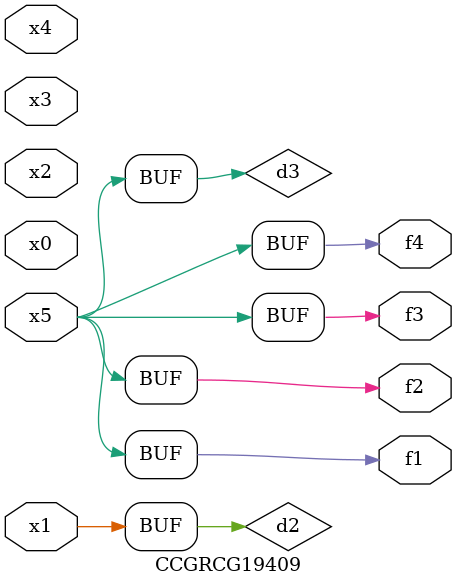
<source format=v>
module CCGRCG19409(
	input x0, x1, x2, x3, x4, x5,
	output f1, f2, f3, f4
);

	wire d1, d2, d3;

	not (d1, x5);
	or (d2, x1);
	xnor (d3, d1);
	assign f1 = d3;
	assign f2 = d3;
	assign f3 = d3;
	assign f4 = d3;
endmodule

</source>
